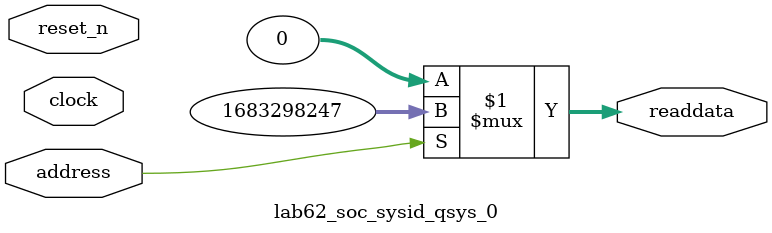
<source format=v>



// synthesis translate_off
`timescale 1ns / 1ps
// synthesis translate_on

// turn off superfluous verilog processor warnings 
// altera message_level Level1 
// altera message_off 10034 10035 10036 10037 10230 10240 10030 

module lab62_soc_sysid_qsys_0 (
               // inputs:
                address,
                clock,
                reset_n,

               // outputs:
                readdata
             )
;

  output  [ 31: 0] readdata;
  input            address;
  input            clock;
  input            reset_n;

  wire    [ 31: 0] readdata;
  //control_slave, which is an e_avalon_slave
  assign readdata = address ? 1683298247 : 0;

endmodule



</source>
